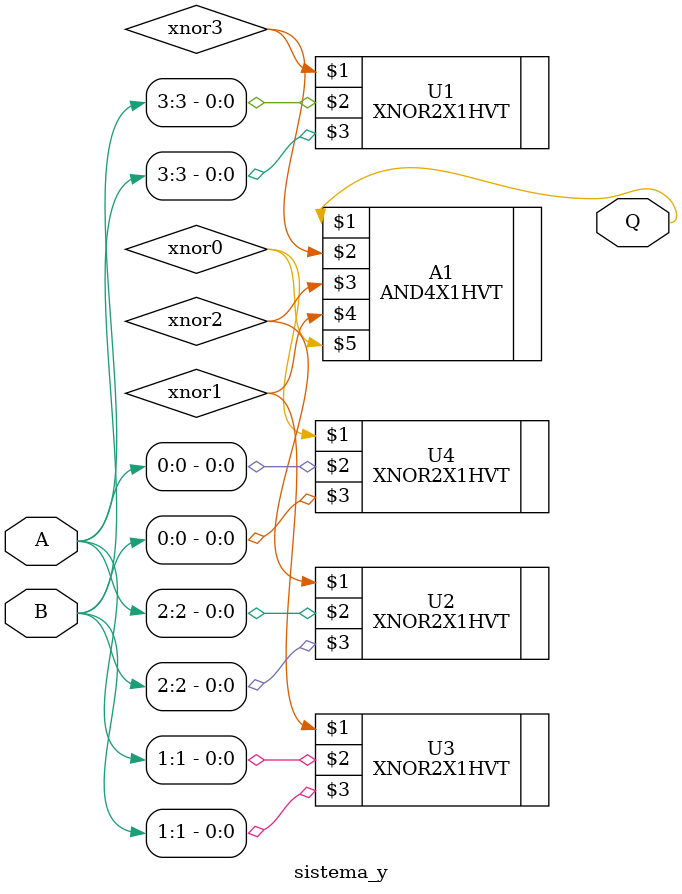
<source format=sv>

`timescale 1ns/10ps
module sistema_y(
    input [3:0] A,     // 4-bit input A
    input [3:0] B,     // 4-bit input B
    output Q           // Output Q is high when A equals B
);

    // Wires to store intermediate comparison results
    wire xnor3, xnor2, xnor1, xnor0;
    wire [3:0] equals;

    // Compare each bit using XNOR gates (XNOR is 1 when bits are equal)
    XNOR2X1HVT U1 (xnor3, A[3], B[3]);
    XNOR2X1HVT U2 (xnor2, A[2], B[2]);
    XNOR2X1HVT U3 (xnor1, A[1], B[1]);
    XNOR2X1HVT U4 (xnor0, A[0], B[0]);

    // AND all XNOR results to detect complete equality
    AND4X1HVT A1 (Q, xnor3, xnor2, xnor1, xnor0);

endmodule

</source>
